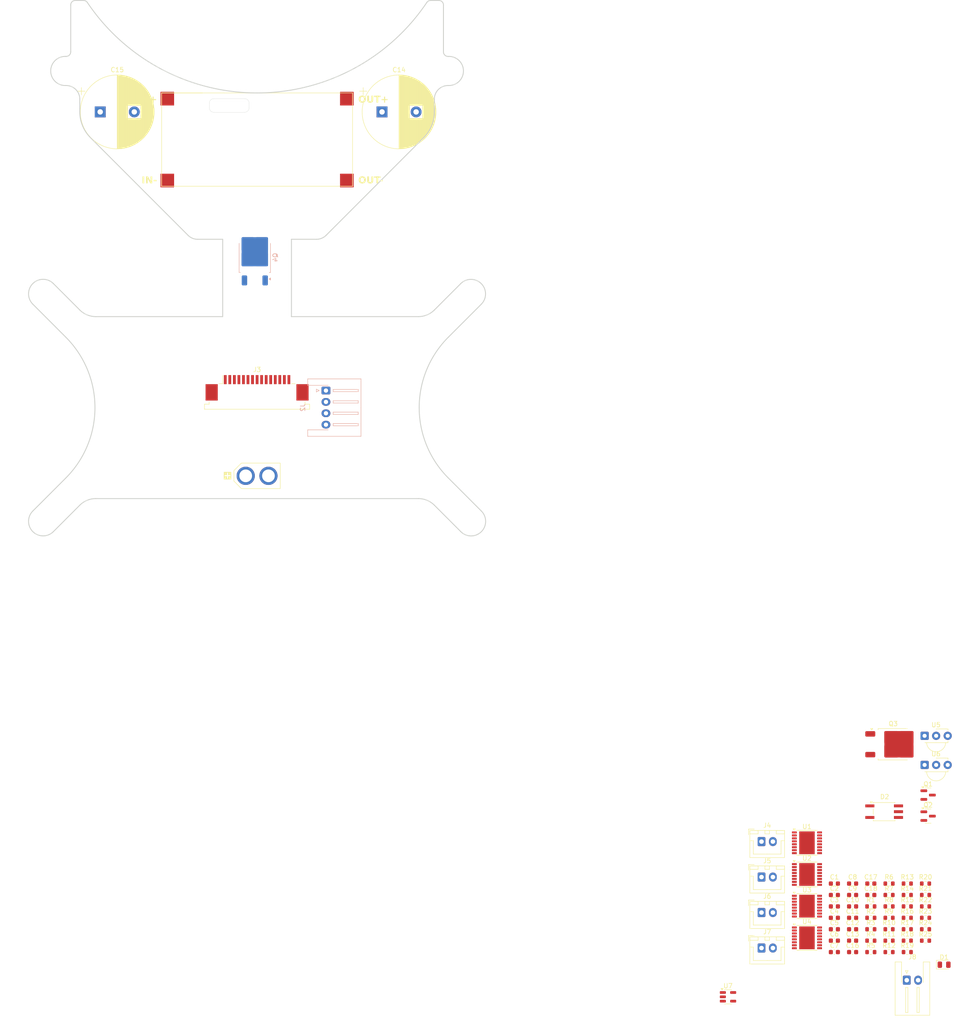
<source format=kicad_pcb>
(kicad_pcb (version 20240108) (generator "pcbnew") (generator_version "8.0")
  (layers (0 "F.Cu" signal) (31 "B.Cu" signal) (34 "B.Paste" user) (35 "F.Paste" user) (36 "B.SilkS" user "B.Silkscreen") (37 "F.SilkS" user "F.Silkscreen") (38 "B.Mask" user) (39 "F.Mask" user) (44 "Edge.Cuts" user))
  (net 0 "")
  (net 1 "VCC")
  (net 2 "GND")
  (net 3 "Net-(U1-CPL)")
  (net 4 "Net-(U1-CPH)")
  (net 5 "Net-(U2-CPL)")
  (net 6 "Net-(U2-CPH)")
  (net 7 "Net-(U1-VCP)")
  (net 8 "Net-(U2-VCP)")
  (net 9 "Net-(U3-CPH)")
  (net 10 "Net-(U3-CPL)")
  (net 11 "Net-(U4-CPL)")
  (net 12 "Net-(U4-CPH)")
  (net 13 "Net-(U3-VCP)")
  (net 14 "Net-(U4-VCP)")
  (net 15 "VDD")
  (net 16 "ball01k")
  (net 17 "ball02k")
  (net 18 "SLEEP-1")
  (net 19 "Net-(D1-A)")
  (net 20 "Sig-main")
  (net 21 "Sig")
  (net 22 "+5V")
  (net 23 "Line-MD-Main=RX_5V")
  (net 24 "Line-MD-Main=TX_5V")
  (net 25 "PH-4")
  (net 26 "Line-MD-Main=RX_3.3V")
  (net 27 "PH-1")
  (net 28 "PH-3")
  (net 29 "EN-2")
  (net 30 "EN-1")
  (net 31 "PH-2")
  (net 32 "Line-MD-Main=TX_3.3V")
  (net 33 "EN-4")
  (net 34 "EN-3")
  (net 35 "OUT1-1")
  (net 36 "OUT2-1")
  (net 37 "OUT1-2")
  (net 38 "OUT2-2")
  (net 39 "OUT1-3")
  (net 40 "OUT2-3")
  (net 41 "OUT1-4")
  (net 42 "OUT2-4")
  (net 43 "Net-(J8-Pin_2)")
  (net 44 "+48V")
  (net 45 "Net-(Q4-G)")
  (net 46 "Net-(U1-IPROPI)")
  (net 47 "Net-(U2-IPROPI)")
  (net 48 "VREF-1")
  (net 49 "VREF-3")
  (net 50 "IMODE-1")
  (net 51 "IMODE-3")
  (net 52 "Net-(U3-IPROPI)")
  (net 53 "Net-(U4-IPROPI)")
  (net 54 "VREF-2")
  (net 55 "VREF-4")
  (net 56 "IMODE-2")
  (net 57 "IMODE-4")
  (net 58 "Net-(U5-OUT)")
  (net 59 "Net-(U6-OUT)")
  (footprint "Capacitor_SMD:C_0603_1608Metric" (layer "F.Cu") (at 131.01 107.14)
    (property "Reference" "C9" (at 0 -1.43 0) (layer "F.SilkS"))
    (property "Value" "220n")
    (pad "1" smd roundrect (at -0.775 0) (size 0.9 0.95) (layers "F.Cu" "F.Paste" "F.Mask") (net 8 "Net-(U2-VCP)"))
    (pad "2" smd roundrect (at 0.775 0) (size 0.9 0.95) (layers "F.Cu" "F.Paste" "F.Mask") (net 1 "VCC"))
  )
  (footprint "Resistor_SMD:R_0603_1608Metric" (layer "F.Cu") (at 139.03 104.63)
    (property "Reference" "R6" (at 0 -1.43 0) (layer "F.SilkS"))
    (property "Value" "10k")
    (pad "1" smd roundrect (at -0.825 0) (size 0.8 0.95) (layers "F.Cu" "F.Paste" "F.Mask") (net 18 "SLEEP-1"))
    (pad "2" smd roundrect (at 0.825 0) (size 0.8 0.95) (layers "F.Cu" "F.Paste" "F.Mask") (net 49 "VREF-3"))
  )
  (footprint "@2024TOINIOT2-MD:XT30U-M" (layer "F.Cu") (at 0 15)
    (property "Reference" "J1" (hide yes))
    (property "Value" "Conn_01x02_Pin")
    (fp_text user "+" (at -6.5 0 0) (layer "F.SilkS" knockout) (effects (font (size 1.5 1.5))))
    (pad "1" thru_hole circle (at -2.5 0) (size 4 4) (drill 2.8) (layers "*.Cu" "*.Mask") (net 1 "VCC"))
    (pad "2" thru_hole circle (at 2.5 0) (size 4 4) (drill 2.8) (layers "*.Cu" "*.Mask") (net 2 "GND"))
  )
  (footprint "Resistor_SMD:R_0603_1608Metric" (layer "F.Cu") (at 147.05 114.67)
    (property "Reference" "R24" (at 0 -1.43 0) (layer "F.SilkS"))
    (property "Value" "39K")
    (pad "1" smd roundrect (at -0.825 0) (size 0.8 0.95) (layers "F.Cu" "F.Paste" "F.Mask") (net 59 "Net-(U6-OUT)"))
    (pad "2" smd roundrect (at 0.825 0) (size 0.8 0.95) (layers "F.Cu" "F.Paste" "F.Mask") (net 17 "ball02k"))
  )
  (footprint "Resistor_SMD:R_0603_1608Metric" (layer "F.Cu") (at 143.04 117.18)
    (property "Reference" "R18" (at 0 -1.43 0) (layer "F.SilkS"))
    (property "Value" "10k")
    (pad "1" smd roundrect (at -0.825 0) (size 0.8 0.95) (layers "F.Cu" "F.Paste" "F.Mask") (net 18 "SLEEP-1"))
    (pad "2" smd roundrect (at 0.825 0) (size 0.8 0.95) (layers "F.Cu" "F.Paste" "F.Mask") (net 55 "VREF-4"))
  )
  (footprint "MountingHole:MountingHole_3.2mm_M3" (layer "F.Cu") (at 47.073221 -24.99998)
    (property "Reference" "REF**" (hide yes))
    (property "Value" "MountingHole_3.2mm_M3")
    (pad "" np_thru_hole circle (at 0 0) (size 3.2 3.2) (drill 3.2) (layers "F&B.Cu" "*.Mask"))
  )
  (footprint "LED_SMD:LED_0805_2012Metric" (layer "F.Cu") (at 151.14 122.465)
    (property "Reference" "D1" (at 0 -1.65 0) (layer "F.SilkS"))
    (property "Value" "PWR")
    (pad "1" smd roundrect (at -0.9375 0) (size 0.975 1.4) (layers "F.Cu" "F.Paste" "F.Mask") (net 2 "GND"))
    (pad "2" smd roundrect (at 0.9375 0) (size 0.975 1.4) (layers "F.Cu" "F.Paste" "F.Mask") (net 19 "Net-(D1-A)"))
  )
  (footprint "Connector_FFC-FPC:TE_1-84953-5_1x15-1MP_P1.0mm_Horizontal" (layer "F.Cu") (at 0 -4.35)
    (property "Reference" "J3" (at 0 -4 0) (layer "F.SilkS"))
    (property "Value" "Conn_01x15_Pin")
    (pad "1" smd rect (at -7 -1.8) (size 0.61 2) (layers "F.Cu" "F.Paste" "F.Mask") (net 30 "EN-1"))
    (pad "2" smd rect (at -6 -1.8) (size 0.61 2) (layers "F.Cu" "F.Paste" "F.Mask") (net 27 "PH-1"))
    (pad "3" smd rect (at -5 -1.8) (size 0.61 2) (layers "F.Cu" "F.Paste" "F.Mask") (net 29 "EN-2"))
    (pad "4" smd rect (at -4 -1.8) (size 0.61 2) (layers "F.Cu" "F.Paste" "F.Mask") (net 31 "PH-2"))
    (pad "5" smd rect (at -3 -1.8) (size 0.61 2) (layers "F.Cu" "F.Paste" "F.Mask") (net 34 "EN-3"))
    (pad "6" smd rect (at -2 -1.8) (size 0.61 2) (layers "F.Cu" "F.Paste" "F.Mask") (net 28 "PH-3"))
    (pad "7" smd rect (at -1 -1.8) (size 0.61 2) (layers "F.Cu" "F.Paste" "F.Mask") (net 33 "EN-4"))
    (pad "8" smd rect (at 0 -1.8) (size 0.61 2) (layers "F.Cu" "F.Paste" "F.Mask") (net 25 "PH-4"))
    (pad "9" smd rect (at 1 -1.8) (size 0.61 2) (layers "F.Cu" "F.Paste" "F.Mask") (net 16 "ball01k"))
    (pad "10" smd rect (at 2 -1.8) (size 0.61 2) (layers "F.Cu" "F.Paste" "F.Mask") (net 20 "Sig-main"))
    (pad "11" smd rect (at 3 -1.8) (size 0.61 2) (layers "F.Cu" "F.Paste" "F.Mask") (net 17 "ball02k"))
    (pad "12" smd rect (at 4 -1.8) (size 0.61 2) (layers "F.Cu" "F.Paste" "F.Mask") (net 26 "Line-MD-Main=RX_3.3V"))
    (pad "13" smd rect (at 5 -1.8) (size 0.61 2) (layers "F.Cu" "F.Paste" "F.Mask") (net 32 "Line-MD-Main=TX_3.3V"))
    (pad "14" smd rect (at 6 -1.8) (size 0.61 2) (layers "F.Cu" "F.Paste" "F.Mask") (net 18 "SLEEP-1"))
    (pad "15" smd rect (at 7 -1.8) (size 0.61 2) (layers "F.Cu" "F.Paste" "F.Mask") (net 2 "GND"))
    (pad "MP" smd rect (at -9.99 1) (size 2.68 3.6) (layers "F.Cu" "F.Paste" "F.Mask"))
    (pad "MP" smd rect (at 9.99 1) (size 2.68 3.6) (layers "F.Cu" "F.Paste" "F.Mask"))
  )
  (footprint "Capacitor_SMD:C_0603_1608Metric" (layer "F.Cu") (at 131.01 112.16)
    (property "Reference" "C11" (at 0 -1.43 0) (layer "F.SilkS"))
    (property "Value" "22n")
    (pad "1" smd roundrect (at -0.775 0) (size 0.9 0.95) (layers "F.Cu" "F.Paste" "F.Mask") (net 11 "Net-(U4-CPL)"))
    (pad "2" smd roundrect (at 0.775 0) (size 0.9 0.95) (layers "F.Cu" "F.Paste" "F.Mask") (net 12 "Net-(U4-CPH)"))
  )
  (footprint "Resistor_SMD:R_0603_1608Metric" (layer "F.Cu") (at 139.03 117.18)
    (property "Reference" "R11" (at 0 -1.43 0) (layer "F.SilkS"))
    (property "Value" "2.49k")
    (pad "1" smd roundrect (at -0.825 0) (size 0.8 0.95) (layers "F.Cu" "F.Paste" "F.Mask") (net 53 "Net-(U4-IPROPI)"))
    (pad "2" smd roundrect (at 0.825 0) (size 0.8 0.95) (layers "F.Cu" "F.Paste" "F.Mask") (net 2 "GND"))
  )
  (footprint "Capacitor_SMD:C_0603_1608Metric" (layer "F.Cu") (at 135.02 104.63)
    (property "Reference" "C17" (at 0 -1.43 0) (layer "F.SilkS"))
    (property "Value" "0.33u")
    (pad "1" smd roundrect (at -0.775 0) (size 0.9 0.95) (layers "F.Cu" "F.Paste" "F.Mask") (net 17 "ball02k"))
    (pad "2" smd roundrect (at 0.775 0) (size 0.9 0.95) (layers "F.Cu" "F.Paste" "F.Mask") (net 2 "GND"))
  )
  (footprint "OptoDevice:Vishay_MINICAST-3Pin" (layer "F.Cu") (at 146.85 78.55)
    (property "Reference" "U6" (at 2.5 -2.4 180) (layer "F.SilkS"))
    (property "Value" "TSSP58P38")
    (pad "1" thru_hole roundrect (at 0 0) (size 1.8 1.8) (drill 0.9) (layers "*.Cu" "*.Mask") (roundrect_rratio 0.139) (net 59 "Net-(U6-OUT)"))
    (pad "2" thru_hole circle (at 2.54 0) (size 1.8 1.8) (drill 0.9) (layers "*.Cu" "*.Mask") (net 2 "GND"))
    (pad "3" thru_hole circle (at 5.08 0) (size 1.8 1.8) (drill 0.9) (layers "*.Cu" "*.Mask") (net 18 "SLEEP-1"))
  )
  (footprint "Capacitor_SMD:C_0603_1608Metric" (layer "F.Cu") (at 135.02 107.14)
    (property "Reference" "C18" (at 0 -1.43 0) (layer "F.SilkS"))
    (property "Value" "0.1uF")
    (pad "1" smd roundrect (at -0.775 0) (size 0.9 0.95) (layers "F.Cu" "F.Paste" "F.Mask") (net 18 "SLEEP-1"))
    (pad "2" smd roundrect (at 0.775 0) (size 0.9 0.95) (layers "F.Cu" "F.Paste" "F.Mask") (net 2 "GND"))
  )
  (footprint "Resistor_SMD:R_0603_1608Metric" (layer "F.Cu") (at 139.03 114.67)
    (property "Reference" "R10" (at 0 -1.43 0) (layer "F.SilkS"))
    (property "Value" "2.49k")
    (pad "1" smd roundrect (at -0.825 0) (size 0.8 0.95) (layers "F.Cu" "F.Paste" "F.Mask") (net 52 "Net-(U3-IPROPI)"))
    (pad "2" smd roundrect (at 0.825 0) (size 0.8 0.95) (layers "F.Cu" "F.Paste" "F.Mask") (net 2 "GND"))
  )
  (footprint "Package_TO_SOT_SMD:SOT-23" (layer "F.Cu") (at 147.62 89.8)
    (property "Reference" "Q2" (at 0 -2.4 0) (layer "F.SilkS"))
    (property "Value" "NMOS")
    (pad "1" smd roundrect (at -0.9375 -0.95) (size 1.475 0.6) (layers "F.Cu" "F.Paste" "F.Mask") (net 24 "Line-MD-Main=TX_5V"))
    (pad "2" smd roundrect (at -0.9375 0.95) (size 1.475 0.6) (layers "F.Cu" "F.Paste" "F.Mask") (net 18 "SLEEP-1"))
    (pad "3" smd roundrect (at 0.9375 0) (size 1.475 0.6) (layers "F.Cu" "F.Paste" "F.Mask") (net 32 "Line-MD-Main=TX_3.3V"))
  )
  (footprint "Capacitor_SMD:C_0603_1608Metric" (layer "F.Cu") (at 127 114.67)
    (property "Reference" "C5" (at 0 -1.43 0) (layer "F.SilkS"))
    (property "Value" "50u")
    (pad "1" smd roundrect (at -0.775 0) (size 0.9 0.95) (layers "F.Cu" "F.Paste" "F.Mask") (net 1 "VCC"))
    (pad "2" smd roundrect (at 0.775 0) (size 0.9 0.95) (layers "F.Cu" "F.Paste" "F.Mask") (net 2 "GND"))
  )
  (footprint "Capacitor_SMD:C_0603_1608Metric" (layer "F.Cu") (at 127 119.69)
    (property "Reference" "C7" (at 0 -1.43 0) (layer "F.SilkS"))
    (property "Value" "22n")
    (pad "1" smd roundrect (at -0.775 0) (size 0.9 0.95) (layers "F.Cu" "F.Paste" "F.Mask") (net 5 "Net-(U2-CPL)"))
    (pad "2" smd roundrect (at 0.775 0) (size 0.9 0.95) (layers "F.Cu" "F.Paste" "F.Mask") (net 6 "Net-(U2-CPH)"))
  )
  (footprint "@2024TOINIOT2-Kicker:XL6009-SMD" (layer "F.Cu") (at 0.000014 -58.916432)
    (property "Reference" "U8" (hide yes))
    (property "Value" "~")
    (fp_line (start -10.5 -7.000001) (end -10.5 -8) (stroke (width 0.05)) (layer "Edge.Cuts"))
    (fp_line (start -9.5 -6.000001) (end -2.75 -6) (stroke (width 0.05)) (layer "Edge.Cuts"))
    (fp_line (start -2.75 -8.999999) (end -9.5 -9) (stroke (width 0.05)) (layer "Edge.Cuts"))
    (fp_line (start -1.75 -7) (end -1.75 -7.999999) (stroke (width 0.05)) (layer "Edge.Cuts"))
    (fp_arc (start -10.5 -8) (mid -10.207107 -8.707107) (end -9.5 -9) (stroke (width 0.05)) (layer "Edge.Cuts"))
    (fp_arc (start -9.5 -6.000001) (mid -10.207107 -6.292894) (end -10.5 -7.000001) (stroke (width 0.05)) (layer "Edge.Cuts"))
    (fp_arc (start -2.75 -8.999999) (mid -2.042893 -8.707106) (end -1.75 -7.999999) (stroke (width 0.05)) (layer "Edge.Cuts"))
    (fp_arc (start -1.75 -7) (mid -2.042893 -6.292893) (end -2.75 -6) (stroke (width 0.05)) (layer "Edge.Cuts"))
    (fp_text user "IN-" (at -22 9 0) (layer "F.SilkS") (effects (font (size 1.5 1.5) (thickness 0.1)) (justify right)))
    (fp_text user "OUT-" (at 22.25 9 0) (layer "F.SilkS") (effects (font (size 1.5 1.5) (thickness 0.1)) (justify left)))
    (fp_text user "OUT+" (at 22.25 -8.75 0) (layer "F.SilkS") (effects (font (size 1.5 1.5) (thickness 0.1)) (justify left)))
    (fp_text user "IN+" (at -22 -8.75 0) (layer "F.SilkS") (effects (font (size 1.5 1.5) (thickness 0.1)) (justify right)))
    (pad "1" smd rect (at -19.75 -9) (size 3 3) (layers "F.Cu" "F.Paste" "F.Mask") (net 1 "VCC"))
    (pad "2" smd rect (at -19.75 9) (size 3 3) (layers "F.Cu" "F.Paste" "F.Mask") (net 2 "GND"))
    (pad "3" smd rect (at 19.75 -9) (size 3 3) (layers "F.Cu" "F.Paste" "F.Mask") (net 44 "+48V"))
    (pad "4" smd rect (at 19.75 9) (size 3 3) (layers "F.Cu" "F.Paste" "F.Mask") (net 2 "GND"))
  )
  (footprint "Resistor_SMD:R_0603_1608Metric" (layer "F.Cu") (at 147.05 109.65)
    (property "Reference" "R22" (at 0 -1.43 0) (layer "F.SilkS"))
    (property "Value" "10K")
    (pad "1" smd roundrect (at -0.825 0) (size 0.8 0.95) (layers "F.Cu" "F.Paste" "F.Mask") (net 21 "Sig"))
    (pad "2" smd roundrect (at 0.825 0) (size 0.8 0.95) (layers "F.Cu" "F.Paste" "F.Mask") (net 2 "GND"))
  )
  (footprint "Capacitor_SMD:C_0603_1608Metric" (layer "F.Cu") (at 131.01 117.18)
    (property "Reference" "C13" (at 0 -1.43 0) (layer "F.SilkS"))
    (property "Value" "220n")
    (pad "1" smd roundrect (at -0.775 0) (size 0.9 0.95) (layers "F.Cu" "F.Paste" "F.Mask") (net 14 "Net-(U4-VCP)"))
    (pad "2" smd roundrect (at 0.775 0) (size 0.9 0.95) (layers "F.Cu" "F.Paste" "F.Mask") (net 1 "VCC"))
  )
  (footprint "Package_TO_SOT_SMD:SOT-23" (layer "F.Cu") (at 147.62 85.175)
    (property "Reference" "Q1" (at 0 -2.4 0) (layer "F.SilkS"))
    (property "Value" "NMOS")
    (pad "1" smd roundrect (at -0.9375 -0.95) (size 1.475 0.6) (layers "F.Cu" "F.Paste" "F.Mask") (net 23 "Line-MD-Main=RX_5V"))
    (pad "2" smd roundrect (at -0.9375 0.95) (size 1.475 0.6) (layers "F.Cu" "F.Paste" "F.Mask") (net 18 "SLEEP-1"))
    (pad "3" smd roundrect (at 0.9375 0) (size 1.475 0.6) (layers "F.Cu" "F.Paste" "F.Mask") (net 26 "Line-MD-Main=RX_3.3V"))
  )
  (footprint "Capacitor_SMD:C_0603_1608Metric" (layer "F.Cu") (at 131.01 109.65)
    (property "Reference" "C10" (at 0 -1.43 0) (layer "F.SilkS"))
    (property "Value" "22n")
    (pad "1" smd roundrect (at -0.775 0) (size 0.9 0.95) (layers "F.Cu" "F.Paste" "F.Mask") (net 10 "Net-(U3-CPL)"))
    (pad "2" smd roundrect (at 0.775 0) (size 0.9 0.95) (layers "F.Cu" "F.Paste" "F.Mask") (net 9 "Net-(U3-CPH)"))
  )
  (footprint "Resistor_SMD:R_0603_1608Metric" (layer "F.Cu") (at 143.04 114.67)
    (property "Reference" "R17" (at 0 -1.43 0) (layer "F.SilkS"))
    (property "Value" "NP")
    (pad "1" smd roundrect (at -0.825 0) (size 0.8 0.95) (layers "F.Cu" "F.Paste" "F.Mask") (net 54 "VREF-2"))
    (pad "2" smd roundrect (at 0.825 0) (size 0.8 0.95) (layers "F.Cu" "F.Paste" "F.Mask") (net 2 "GND"))
  )
  (footprint "Package_TO_SOT_SMD:TO-252-2" (layer "F.Cu") (at 139.94 74.005)
    (property "Reference" "Q3" (at 0 -4.5 0) (layer "F.SilkS"))
    (property "Value" "NMOS")
    (pad "1" smd roundrect (at -5.04 -2.28) (size 2.2 1.2) (layers "F.Cu" "F.Paste" "F.Mask") (roundrect_rratio 0.208333) (net 21 "Sig"))
    (pad "2" smd roundrect (at -0.415 -1.525) (size 3.05 2.75) (layers "F.Cu" "F.Paste") (roundrect_rratio 0.090909) (net 44 "+48V"))
    (pad "2" smd roundrect (at -0.415 1.525) (size 3.05 2.75) (layers "F.Cu" "F.Paste") (roundrect_rratio 0.090909) (net 44 "+48V"))
    (pad "2" smd roundrect (at 1.26 0) (size 6.4 5.8) (layers "F.Cu" "F.Mask") (roundrect_rratio 0.043103) (net 44 "+48V"))
    (pad "2" smd roundrect (at 2.935 -1.525) (size 3.05 2.75) (layers "F.Cu" "F.Paste") (roundrect_rratio 0.090909) (net 44 "+48V"))
    (pad "2" smd roundrect (at 2.935 1.525) (size 3.05 2.75) (layers "F.Cu" "F.Paste") (roundrect_rratio 0.090909) (net 44 "+48V"))
    (pad "3" smd roundrect (at -5.04 2.28) (size 2.2 1.2) (layers "F.Cu" "F.Paste" "F.Mask") (roundrect_rratio 0.208333) (net 15 "VDD"))
  )
  (footprint "Resistor_SMD:R_0603_1608Metric" (layer "F.Cu") (at 147.05 107.14)
    (property "Reference" "R21" (at 0 -1.43 0) (layer "F.SilkS"))
    (property "Value" "20k")
    (pad "1" smd roundrect (at -0.825 0) (size 0.8 0.95) (layers "F.Cu" "F.Paste" "F.Mask") (net 57 "IMODE-4"))
    (pad "2" smd roundrect (at 0.825 0) (size 0.8 0.95) (layers "F.Cu" "F.Paste" "F.Mask") (net 2 "GND"))
  )
  (footprint "Connector_JST:JST_XH_S2B-XH-A-1_1x02_P2.50mm_Horizontal" (layer "F.Cu") (at 142.92 125.87)
    (property "Reference" "J8" (at 1.25 -5.1 0) (layer "F.SilkS"))
    (property "Value" "Conn_01x02_Pin")
    (pad "1" thru_hole roundrect (at 0 0) (size 1.7 2) (drill 1) (layers "*.Cu" "*.Mask") (roundrect_rratio 0.147059) (net 15 "VDD"))
    (pad "2" thru_hole oval (at 2.5 0) (size 1.7 2) (drill 1) (layers "*.Cu" "*.Mask") (net 43 "Net-(J8-Pin_2)"))
  )
  (footprint "Resistor_SMD:R_0603_1608Metric" (layer "F.Cu") (at 147.05 104.63)
    (property "Reference" "R20" (at 0 -1.43 0) (layer "F.SilkS"))
    (property "Value" "20k")
    (pad "1" smd roundrect (at -0.825 0) (size 0.8 0.95) (layers "F.Cu" "F.Paste" "F.Mask") (net 56 "IMODE-2"))
    (pad "2" smd roundrect (at 0.825 0) (size 0.8 0.95) (layers "F.Cu" "F.Paste" "F.Mask") (net 2 "GND"))
  )
  (footprint "Resistor_SMD:R_0603_1608Metric" (layer "F.Cu") (at 135.02 117.18)
    (property "Reference" "R4" (at 0 -1.43 0) (layer "F.SilkS"))
    (property "Value" "10k")
    (pad "1" smd roundrect (at -0.825 0) (size 0.8 0.95) (layers "F.Cu" "F.Paste" "F.Mask") (net 18 "SLEEP-1"))
    (pad "2" smd roundrect (at 0.825 0) (size 0.8 0.95) (layers "F.Cu" "F.Paste" "F.Mask") (net 48 "VREF-1"))
  )
  (footprint "MountingHole:MountingHole_3.2mm_M3" (layer "F.Cu") (at -47.07322 -25.000021)
    (property "Reference" "REF**" (hide yes))
    (property "Value" "MountingHole_3.2mm_M3")
    (pad "" np_thru_hole circle (at 0 0) (size 3.2 3.2) (drill 3.2) (layers "*.Cu" "*.Mask"))
  )
  (footprint "Capacitor_SMD:C_0603_1608Metric" (layer "F.Cu") (at 127 109.65)
    (property "Reference" "C3" (at 0 -1.43 0) (layer "F.SilkS"))
    (property "Value" "0.1u")
    (pad "1" smd roundrect (at -0.775 0) (size 0.9 0.95) (layers "F.Cu" "F.Paste" "F.Mask") (net 1 "VCC"))
    (pad "2" smd roundrect (at 0.775 0) (size 0.9 0.95) (layers "F.Cu" "F.Paste" "F.Mask") (net 2 "GND"))
  )
  (footprint "Resistor_SMD:R_0603_1608Metric" (layer "F.Cu") (at 139.03 109.65)
    (property "Reference" "R8" (at 0 -1.43 0) (layer "F.SilkS"))
    (property "Value" "20k")
    (pad "1" smd roundrect (at -0.825 0) (size 0.8 0.95) (layers "F.Cu" "F.Paste" "F.Mask") (net 50 "IMODE-1"))
    (pad "2" smd roundrect (at 0.825 0) (size 0.8 0.95) (layers "F.Cu" "F.Paste" "F.Mask") (net 2 "GND"))
  )
  (footprint "MountingHole:MountingHole_3.2mm_M3" (layer "F.Cu") (at -42.200015 -74.000007)
    (property "Reference" "REF**" (hide yes))
    (property "Value" "MountingHole_3.2mm_M3")
    (pad "" np_thru_hole circle (at 0 0) (size 3.2 3.2) (drill 3.2) (layers "F&B.Cu" "*.Mask"))
  )
  (footprint "Capacitor_THT:CP_Radial_D16.0mm_P7.50mm" (layer "F.Cu") (at -34.512754 -65.00001)
    (property "Reference" "C15" (at 3.75 -9.25 0) (layer "F.SilkS"))
    (property "Value" "2200uF")
    (pad "1" thru_hole rect (at 0 0) (size 2.4 2.4) (drill 1.2) (layers "*.Cu" "*.Mask") (net 15 "VDD"))
    (pad "2" thru_hole circle (at 7.5 0) (size 2.4 2.4) (drill 1.2) (layers "*.Cu" "*.Mask") (net 2 "GND"))
  )
  (footprint "Package_SO:HTSSOP-16-1EP_4.4x5mm_P0.65mm_EP3.4x5mm" (layer "F.Cu") (at 120.97 109.595)
    (property "Reference" "U3" (at 0 -3.55 0) (layer "F.SilkS"))
    (property "Value" "~")
    (pad "1" smd rect (at -2.775 -2.275) (size 1.05 0.45) (layers "F.Cu" "F.Paste" "F.Mask") (net 29 "EN-2"))
    (pad "2" smd rect (at -2.775 -1.625) (size 1.05 0.45) (layers "F.Cu" "F.Paste" "F.Mask") (net 31 "PH-2"))
    (pad "3" smd rect (at -2.775 -0.975) (size 1.05 0.45) (layers "F.Cu" "F.Paste" "F.Mask") (net 18 "SLEEP-1"))
    (pad "4" smd rect (at -2.775 -0.325) (size 1.05 0.45) (layers "F.Cu" "F.Paste" "F.Mask"))
    (pad "5" smd rect (at -2.775 0.325) (size 1.05 0.45) (layers "F.Cu" "F.Paste" "F.Mask") (net 54 "VREF-2"))
    (pad "6" smd rect (at -2.775 0.975) (size 1.05 0.45) (layers "F.Cu" "F.Paste" "F.Mask") (net 52 "Net-(U3-IPROPI)"))
    (pad "7" smd rect (at -2.775 1.625) (size 1.05 0.45) (layers "F.Cu" "F.Paste" "F.Mask") (net 56 "IMODE-2"))
    (pad "8" smd rect (at -2.775 2.275) (size 1.05 0.45) (layers "F.Cu" "F.Paste" "F.Mask") (net 37 "OUT1-2"))
    (pad "9" smd rect (at 2.775 2.275) (size 1.05 0.45) (layers "F.Cu" "F.Paste" "F.Mask") (net 2 "GND"))
    (pad "10" smd rect (at 2.775 1.625) (size 1.05 0.45) (layers "F.Cu" "F.Paste" "F.Mask") (net 38 "OUT2-2"))
    (pad "11" smd rect (at 2.775 0.975) (size 1.05 0.45) (layers "F.Cu" "F.Paste" "F.Mask") (net 1 "VCC"))
    (pad "12" smd rect (at 2.775 0.325) (size 1.05 0.45) (layers "F.Cu" "F.Paste" "F.Mask") (net 13 "Net-(U3-VCP)"))
    (pad "13" smd rect (at 2.775 -0.325) (size 1.05 0.45) (layers "F.Cu" "F.Paste" "F.Mask") (net 9 "Net-(U3-CPH)"))
    (pad "14" smd rect (at 2.775 -0.975) (size 1.05 0.45) (layers "F.Cu" "F.Paste" "F.Mask") (net 10 "Net-(U3-CPL)"))
    (pad "15" smd rect (at 2.775 -1.625) (size 1.05 0.45) (layers "F.Cu" "F.Paste" "F.Mask") (net 2 "GND"))
    (pad "16" smd rect (at 2.775 -2.275) (size 1.05 0.45) (layers "F.Cu" "F.Paste" "F.Mask") (net 2 "GND"))
    (pad "17" smd rect (at 0 0) (size 3.4 5) (layers "F.Cu" "F.Mask") (net 2 "GND"))
  )
  (footprint "Resistor_SMD:R_0603_1608Metric" (layer "F.Cu") (at 143.04 109.65)
    (property "Reference" "R15" (at 0 -1.43 0) (layer "F.SilkS"))
    (property "Value" "10k")
    (pad "1" smd roundrect (at -0.825 0) (size 0.8 0.95) (layers "F.Cu" "F.Paste" "F.Mask") (net 22 "+5V"))
    (pad "2" smd roundrect (at 0.825 0) (size 0.8 0.95) (layers "F.Cu" "F.Paste" "F.Mask") (net 24 "Line-MD-Main=TX_5V"))
  )
  (footprint "Capacitor_THT:CP_Radial_D16.0mm_P7.50mm" (layer "F.Cu") (at 27.487246 -65.000007)
    (property "Reference" "C14" (at 3.75 -9.25 0) (layer "F.SilkS"))
    (property "Value" "2200uF")
    (pad "1" thru_hole rect (at 0 0) (size 2.4 2.4) (drill 1.2) (layers "*.Cu" "*.Mask") (net 15 "VDD"))
    (pad "2" thru_hole circle (at 7.5 0) (size 2.4 2.4) (drill 1.2) (layers "*.Cu" "*.Mask") (net 2 "GND"))
  )
  (footprint "Resistor_SMD:R_0603_1608Metric" (layer "F.Cu") (at 139.03 107.14)
    (property "Reference" "R7" (at 0 -1.43 0) (layer "F.SilkS"))
    (property "Value" "NP")
    (pad "1" smd roundrect (at -0.825 0) (size 0.8 0.95) (layers "F.Cu" "F.Paste" "F.Mask") (net 49 "VREF-3"))
    (pad "2" smd roundrect (at 0.825 0) (size 0.8 0.95) (layers "F.Cu" "F.Paste" "F.Mask") (net 2 "GND"))
  )
  (footprint "Resistor_SMD:R_0603_1608Metric" (layer "F.Cu") (at 139.03 112.16)
    (property "Reference" "R9" (at 0 -1.43 0) (layer "F.SilkS"))
    (property "Value" "20k")
    (pad "1" smd roundrect (at -0.825 0) (size 0.8 0.95) (layers "F.Cu" "F.Paste" "F.Mask") (net 51 "IMODE-3"))
    (pad "2" smd roundrect (at 0.825 0) (size 0.8 0.95) (layers "F.Cu" "F.Paste" "F.Mask") (net 2 "GND"))
  )
  (footprint "Resistor_SMD:R_0603_1608Metric" (layer "F.Cu") (at 143.04 119.69)
    (property "Reference" "R19" (at 0 -1.43 0) (layer "F.SilkS"))
    (property "Value" "NP")
    (pad "1" smd roundrect (at -0.825 0) (size 0.8 0.95) (layers "F.Cu" "F.Paste" "F.Mask") (net 55 "VREF-4"))
    (pad "2" smd roundrect (at 0.825 0) (size 0.8 0.95) (layers "F.Cu" "F.Paste" "F.Mask") (net 2 "GND"))
  )
  (footprint "Capacitor_SMD:C_0603_1608Metric" (layer "F.Cu") (at 127 104.63)
    (property "Reference" "C1" (at 0 -1.43 0) (layer "F.SilkS"))
    (property "Value" "4.7u")
    (pad "1" smd roundrect (at -0.775 0) (size 0.9 0.95) (layers "F.Cu" "F.Paste" "F.Mask") (net 1 "VCC"))
    (pad "2" smd roundrect (at 0.775 0) (size 0.9 0.95) (layers "F.Cu" "F.Paste" "F.Mask") (net 2 "GND"))
  )
  (footprint "Capacitor_SMD:C_0603_1608Metric" (layer "F.Cu") (at 127 107.14)
    (property "Reference" "C2" (at 0 -1.43 0) (layer "F.SilkS"))
    (property "Value" "4.7u")
    (pad "1" smd roundrect (at -0.775 0) (size 0.9 0.95) (layers "F.Cu" "F.Paste" "F.Mask") (net 1 "VCC"))
    (pad "2" smd roundrect (at 0.775 0) (size 0.9 0.95) (layers "F.Cu" "F.Paste" "F.Mask") (net 2 "GND"))
  )
  (footprint "Resistor_SMD:R_0603_1608Metric" (layer "F.Cu") (at 143.04 104.63)
    (property "Reference" "R13" (at 0 -1.43 0) (layer "F.SilkS"))
    (property "Value" "10k")
    (pad "1" smd roundrect (at -0.825 0) (size 0.8 0.95) (layers "F.Cu" "F.Paste" "F.Mask") (net 32 "Line-MD-Main=TX_3.3V"))
    (pad "2" smd roundrect (at 0.825 0) (size 0.8 0.95) (layers "F.Cu" "F.Paste" "F.Mask") (net 18 "SLEEP-1"))
  )
  (footprint "@2024TOINIOT2-MD:JST_XH_B2B-XH-A_1x02_P2.50mm_Vertical" (layer "F.Cu") (at 112.22 111)
    (property "Reference" "J6" (at 0 -3.55 0) (layer "F.SilkS"))
    (property "Value" "Conn_01x02_Pin")
    (pad "1" thru_hole roundrect (at -1.25 0) (size 1.7 2) (drill 1) (layers "*.Cu" "*.Mask") (roundrect_rratio 0.147059) (net 40 "OUT2-3"))
    (pad "2" thru_hole oval (at 1.25 0) (size 1.7 2) (drill 1) (layers "*.Cu" "*.Mask") (net 39 "OUT1-3"))
  )
  (footprint "OptoDevice:Vishay_MINICAST-3Pin" (layer "F.Cu") (at 146.85 72.15)
    (property "Reference" "U5" (at 2.5 -2.4 180) (layer "F.SilkS"))
    (property "Value" "TSSP58P38")
    (pad "1" thru_hole roundrect (at 0 0) (size 1.8 1.8) (drill 0.9) (layers "*.Cu" "*.Mask") (roundrect_rratio 0.139) (net 58 "Net-(U5-OUT)"))
    (pad "2" thru_hole circle (at 2.54 0) (size 1.8 1.8) (drill 0.9) (layers "*.Cu" "*.Mask") (net 2 "GND"))
    (pad "3" thru_hole circle (at 5.08 0) (size 1.8 1.8) (drill 0.9) (layers "*.Cu" "*.Mask") (net 18 "SLEEP-1"))
  )
  (footprint "MountingHole:MountingHole_3.2mm_M3" (layer "F.Cu") (at -47.07322 24.999979)
    (property "Reference" "REF**" (hide yes))
    (property "Value" "MountingHole_3.2mm_M3")
    (pad "" np_thru_hole circle (at 0 0) (size 3.2 3.2) (drill 3.2) (layers "F&B.Cu" "*.Mask"))
  )
  (footprint "Package_SO:SO-5_4.4x3.6mm_P1.27mm" (layer "F.Cu") (at 137.95 88.825)
    (property "Reference" "D2" (at 0.1 -3.265 0) (layer "F.SilkS"))
    (property "Value" "~")
    (pad "1" smd rect (at -3.15 -1.27) (size 2 0.64) (layers "F.Cu" "F.Paste" "F.Mask") (net 20 "Sig-main"))
    (pad "3" smd rect (at -3.15 1.27) (size 2 0.64) (layers "F.Cu" "F.Paste" "F.Mask") (net 2 "GND"))
    (pad "4" smd rect (at 3.15 1.27) (size 2 0.64) (layers "F.Cu" "F.Paste" "F.Mask") (net 2 "GND"))
    (pad "5" smd rect (at 3.15 0) (size 2 0.64) (layers "F.Cu" "F.Paste" "F.Mask") (net 21 "Sig"))
    (pad "6" smd rect (at 3.15 -1.27) (size 2 0.64) (layers "F.Cu" "F.Paste" "F.Mask") (net 18 "SLEEP-1"))
  )
  (footprint "Resistor_SMD:R_0603_1608Metric" (layer "F.Cu") (at 143.04 112.16)
    (property "Reference" "R16" (at 0 -1.43 0) (layer "F.SilkS"))
    (property "Value" "10k")
    (pad "1" smd roundrect (at -0.825 0) (size 0.8 0.95) (layers "F.Cu" "F.Paste" "F.Mask") (net 18 "SLEEP-1"))
    (pad "2" smd roundrect (at 0.825 0) (size 0.8 0.95) (layers "F.Cu" "F.Paste" "F.Mask") (net 54 "VREF-2"))
  )
  (footprint "Capacitor_SMD:C_0603_1608Metric" (layer "F.Cu") (at 131.01 114.67)
    (property "Reference" "C12" (at 0 -1.43 0) (layer "F.SilkS"))
    (property "Value" "220n")
    (pad "1" smd roundrect (at -0.775 0) (size 0.9 0.95) (layers "F.Cu" "F.Paste" "F.Mask") (net 13 "Net-(U3-VCP)"))
    (pad "2" smd roundrect (at 0.775 0) (size 0.9 0.95) (layers "F.Cu" "F.Paste" "F.Mask") (net 1 "VCC"))
  )
  (footprint "Package_SO:HTSSOP-16-1EP_4.4x5mm_P0.65mm_EP3.4x5mm" (layer "F.Cu") (at 120.97 116.56)
    (property "Reference" "U4" (at 0 -3.55 0) (layer "F.SilkS"))
    (property "Value" "~")
    (pad "1" smd rect (at -2.775 -2.275) (size 1.05 0.45) (layers "F.Cu" "F.Paste" "F.Mask") (net 33 "EN-4"))
    (pad "2" smd rect (at -2.775 -1.625) (size 1.05 0.45) (layers "F.Cu" "F.Paste" "F.Mask") (net 25 "PH-4"))
    (pad "3" smd rect (at -2.775 -0.975) (size 1.05 0.45) (layers "F.Cu" "F.Paste" "F.Mask") (net 18 "SLEEP-1"))
    (pad "4" smd rect (at -2.775 -0.325) (size 1.05 0.45) (layers "F.Cu" "F.Paste" "F.Mask"))
    (pad "5" smd rect (at -2.775 0.325) (size 1.05 0.45) (layers "F.Cu" "F.Paste" "F.Mask") (net 55 "VREF-4"))
    (pad "6" smd rect (at -2.775 0.975) (size 1.05 0.45) (layers "F.Cu" "F.Paste" "F.Mask") (net 53 "Net-(U4-IPROPI)"))
    (pad "7" smd rect (at -2.775 1.625) (size 1.05 0.45) (layers "F.Cu" "F.Paste" "F.Mask") (net 57 "IMODE-4"))
    (pad "8" smd rect (at -2.775 2.275) (size 1.05 0.45) (layers "F.Cu" "F.Paste" "F.Mask") (net 41 "OUT1-4"))
    (pad "9" smd rect (at 2.775 2.275) (size 1.05 0.45) (layers "F.Cu" "F.Paste" "F.Mask") (net 2 "GND"))
    (pad "10" smd rect (at 2.775 1.625) (size 1.05 0.45) (layers "F.Cu" "F.Paste" "F.Mask") (net 42 "OUT2-4"))
    (pad "11" smd rect (at 2.775 0.975) (size 1.05 0.45) (layers "F.Cu" "F.Paste" "F.Mask") (net 1 "VCC"))
    (pad "12" smd rect (at 2.775 0.325) (size 1.05 0.45) (layers "F.Cu" "F.Paste" "F.Mask") (net 14 "Net-(U4-VCP)"))
    (pad "13" smd rect (at 2.775 -0.325) (size 1.05 0.45) (layers "F.Cu" "F.Paste" "F.Mask") (net 12 "Net-(U4-CPH)"))
    (pad "14" smd rect (at 2.775 -0.975) (size 1.05 0.45) (layers "F.Cu" "F.Paste" "F.Mask") (net 11 "Net-(U4-CPL)"))
    (pad "15" smd rect (at 2.775 -1.625) (size 1.05 0.45) (layers "F.Cu" "F.Paste" "F.Mask") (net 2 "GND"))
    (pad "16" smd rect (at 2.775 -2.275) (size 1.05 0.45) (layers "F.Cu" "F.Paste" "F.Mask") (net 2 "GND"))
    (pad "17" smd rect (at 0 0) (size 3.4 5) (layers "F.Cu" "F.Mask") (net 2 "GND"))
  )
  (footprint "Capacitor_SMD:C_0603_1608Metric" (layer "F.Cu") (at 127 117.18)
    (property "Reference" "C6" (at 0 -1.43 0) (layer "F.SilkS"))
    (property "Value" "22n")
    (pad "1" smd roundrect (at -0.775 0) (size 0.9 0.95) (layers "F.Cu" "F.Paste" "F.Mask") (net 3 "Net-(U1-CPL)"))
    (pad "2" smd roundrect (at 0.775 0) (size 0.9 0.95) (layers "F.Cu" "F.Paste" "F.Mask") (net 4 "Net-(U1-CPH)"))
  )
  (footprint "Resistor_SMD:R_0603_1608Metric" (layer "F.Cu") (at 147.05 117.18)
    (property "Reference" "R25" (at 0 -1.43 0) (layer "F.SilkS"))
    (property "Value" "10K")
    (pad "1" smd roundrect (at -0.825 0) (size 0.8 0.95) (layers "F.Cu" "F.Paste" "F.Mask") (net 45 "Net-(Q4-G)"))
    (pad "2" smd roundrect (at 0.825 0) (size 0.8 0.95) (layers "F.Cu" "F.Paste" "F.Mask") (net 2 "GND"))
  )
  (footprint "Resistor_SMD:R_0603_1608Metric" (layer "F.Cu") (at 135.02 114.67)
    (property "Reference" "R3" (at 0 -1.43 0) (layer "F.SilkS"))
    (property "Value" "330")
    (pad "1" smd roundrect (at -0.825 0) (size 0.8 0.95) (layers "F.Cu" "F.Paste" "F.Mask") (net 18 "SLEEP-1"))
    (pad "2" smd roundrect (at 0.825 0) (size 0.8 0.95) (layers "F.Cu" "F.Paste" "F.Mask") (net 19 "Net-(D1-A)"))
  )
  (footprint "Package_TO_SOT_SMD:SOT-23-5" (layer "F.Cu") (at 103.6 129.525)
    (property "Reference" "U7" (at 0 -2.4 0) (layer "F.SilkS"))
    (property "Value" "~")
    (pad "1" smd roundrect (at -1.1375 -0.95) (size 1.325 0.6) (layers "F.Cu" "F.Paste" "F.Mask"))
    (pad "2" smd roundrect (at -1.1375 0) (size 1.325 0.6) (layers "F.Cu" "F.Paste" "F.Mask") (net 21 "Sig"))
    (pad "3" smd roundrect (at -1.1375 0.95) (size 1.325 0.6) (layers "F.Cu" "F.Paste" "F.Mask") (net 2 "GND"))
    (pad "4" smd roundrect (at 1.1375 0.95) (size 1.325 0.6) (layers "F.Cu" "F.Paste" "F.Mask") (net 45 "Net-(Q4-G)"))
    (pad "5" smd roundrect (at 1.1375 -0.95) (size 1.325 0.6) (layers "F.Cu" "F.Paste" "F.Mask") (net 18 "SLEEP-1"))
  )
  (footprint "MountingHole:MountingHole_3.2mm_M3" (layer "F.Cu") (at 47.073215 24.999993)
    (property "Reference" "REF**" (hide yes))
    (property "Value" "MountingHole_3.2mm_M3")
    (pad "" np_thru_hole circle (at 0 0) (size 3.2 3.2) (drill 3.2) (layers "F&B.Cu" "*.Mask"))
  )
  (footprint "Resistor_SMD:R_0603_1608Metric" (layer "F.Cu") (at 139.03 119.69)
    (property "Reference" "R12" (at 0 -1.43 0) (layer "F.SilkS"))
    (property "Value" "10k")
    (pad "1" smd roundrect (at -0.825 0) (size 0.8 0.95) (layers "F.Cu" "F.Paste" "F.Mask") (net 26 "Line-MD-Main=RX_3.3V"))
    (pad "2" smd roundrect (at 0.825 0) (size 0.8 0.95) (layers "F.Cu" "F.Paste" "F.Mask") (net 18 "SLEEP-1"))
  )
  (footprint "@2024TOINIOT2-MD:JST_XH_B2B-XH-A_1x02_P2.50mm_Vertical" (layer "F.Cu") (at 112.22 118.8)
    (property "Reference" "J7" (at 0 -3.55 0) (layer "F.SilkS"))
    (property "Value" "Conn_01x02_Pin")
    (pad "1" thru_hole roundrect (at -1.25 0) (size 1.7 2) (drill 1) (layers "*.Cu" "*.Mask") (roundrect_rratio 0.147059) (net 42 "OUT2-4"))
    (pad "2" thru_hole oval (at 1.25 0) (size 1.7 2) (drill 1) (layers "*.Cu" "*.Mask") (net 41 "OUT1-4"))
  )
  (footprint "Capacitor_SMD:C_0603_1608Metric" (layer "F.Cu") (at 131.01 104.63)
    (property "Reference" "C8" (at 0 -1.43 0) (layer "F.SilkS"))
    (property "Value" "220n")
    (pad "1" smd roundrect (at -0.775 0) (size 0.9 0.95) (layers "F.Cu" "F.Paste" "F.Mask") (net 7 "Net-(U1-VCP)"))
    (pad "2" smd roundrect (at 0.775 0) (size 0.9 0.95) (layers "F.Cu" "F.Paste" "F.Mask") (net 1 "VCC"))
  )
  (footprint "Resistor_SMD:R_0603_1608Metric" (layer "F.Cu") (at 143.04 107.14)
    (property "Reference" "R14" (at 0 -1.43 0) (layer "F.SilkS"))
    (property "Value" "10k")
    (pad "1" smd roundrect (at -0.825 0) (size 0.8 0.95) (layers "F.Cu" "F.Paste" "F.Mask") (net 22 "+5V"))
    (pad "2" smd roundrect (at 0.825 0) (size 0.8 0.95) (layers "F.Cu" "F.Paste" "F.Mask") (net 23 "Line-MD-Main=RX_5V"))
  )
  (footprint "MountingHole:MountingHole_3.2mm_M3" (layer "F.Cu") (at 42.199989 -74.000007)
    (property "Reference" "REF**" (hide yes))
    (property "Value" "MountingHole_3.2mm_M3")
    (pad "" np_thru_hole circle (at 0 0) (size 3.2 3.2) (drill 3.2) (layers "F&B.Cu" "*.Mask"))
  )
  (footprint "Package_SO:HTSSOP-16-1EP_4.4x5mm_P0.65mm_EP3.4x5mm" (layer "F.Cu") (at 120.97 95.665)
    (property "Reference" "U1" (at 0 -3.55 0) (layer "F.SilkS"))
    (property "Value" "~")
    (pad "1" smd rect (at -2.775 -2.275) (size 1.05 0.45) (layers "F.Cu" "F.Paste" "F.Mask") (net 30 "EN-1"))
    (pad "2" smd rect (at -2.775 -1.625) (size 1.05 0.45) (layers "F.Cu" "F.Paste" "F.Mask") (net 27 "PH-1"))
    (pad "3" smd rect (at -2.775 -0.975) (size 1.05 0.45) (layers "F.Cu" "F.Paste" "F.Mask") (net 18 "SLEEP-1"))
    (pad "4" smd rect (at -2.775 -0.325) (size 1.05 0.45) (layers "F.Cu" "F.Paste" "F.Mask"))
    (pad "5" smd rect (at -2.775 0.325) (size 1.05 0.45) (layers "F.Cu" "F.Paste" "F.Mask") (net 48 "VREF-1"))
    (pad "6" smd rect (at -2.775 0.975) (size 1.05 0.45) (layers "F.Cu" "F.Paste" "F.Mask") (net 46 "Net-(U1-IPROPI)"))
    (pad "7" smd rect (at -2.775 1.625) (size 1.05 0.45) (layers "F.Cu" "F.Paste" "F.Mask") (net 50 "IMODE-1"))
    (pad "8" smd rect (at -2.775 2.275) (size 1.05 0.45) (layers "F.Cu" "F.Paste" "F.Mask") (net 35 "OUT1-1"))
    (pad "9" smd rect (at 2.775 2.275) (size 1.05 0.45) (layers "F.Cu" "F.Paste" "F.Mask") (net 2 "GND"))
    (pad "10" smd rect (at 2.775 1.625) (size 1.05 0.45) (layers "F.Cu" "F.Paste" "F.Mask") (net 36 "OUT2-1"))
    (pad "11" smd rect (at 2.775 0.975) (size 1.05 0.45) (layers "F.Cu" "F.Paste" "F.Mask") (net 1 "VCC"))
    (pad "12" smd rect (at 2.775 0.325) (size 1.05 0.45) (layers "F.Cu" "F.Paste" "F.Mask") (net 7 "Net-(U1-VCP)"))
    (pad "13" smd rect (at 2.775 -0.325) (size 1.05 0.45) (layers "F.Cu" "F.Paste" "F.Mask") (net 4 "Net-(U1-CPH)"))
    (pad "14" smd rect (at 2.775 -0.975) (size 1.05 0.45) (layers "F.Cu" "F.Paste" "F.Mask") (net 3 "Net-(U1-CPL)"))
    (pad "15" smd rect (at 2.775 -1.625) (size 1.05 0.45) (layers "F.Cu" "F.Paste" "F.Mask") (net 2 "GND"))
    (pad "16" smd rect (at 2.775 -2.275) (size 1.05 0.45) (layers "F.Cu" "F.Paste" "F.Mask") (net 2 "GND"))
    (pad "17" smd rect (at 0 0) (size 3.4 5) (layers "F.Cu" "F.Mask") (net 2 "GND"))
  )
  (footprint "Capacitor_SMD:C_0603_1608Metric" (layer "F.Cu") (at 131.01 119.69)
    (property "Reference" "C16" (at 0 -1.43 0) (layer "F.SilkS"))
    (property "Value" "0.33u")
    (pad "1" smd roundrect (at -0.775 0) (size 0.9 0.95) (layers "F.Cu" "F.Paste" "F.Mask") (net 16 "ball01k"))
    (pad "2" smd roundrect (at 0.775 0) (size 0.9 0.95) (layers "F.Cu" "F.Paste" "F.Mask") (net 2 "GND"))
  )
  (footprint "@2024TOINIOT2-MD:JST_XH_B2B-XH-A_1x02_P2.50mm_Vertical" (layer "F.Cu") (at 112.22 95.4)
    (property "Reference" "J4" (at 0 -3.55 0) (layer "F.SilkS"))
    (property "Value" "Conn_01x02_Pin")
    (pad "1" thru_hole roundrect (at -1.25 0) (size 1.7 2) (drill 1) (layers "*.Cu" "*.Mask") (roundrect_rratio 0.147059) (net 36 "OUT2-1"))
    (pad "2" thru_hole oval (at 1.25 0) (size 1.7 2) (drill 1) (layers "*.Cu" "*.Mask") (net 35 "OUT1-1"))
  )
  (footprint "Resistor_SMD:R_0603_1608Metric" (layer "F.Cu") (at 135.02 109.65)
    (property "Reference" "R1" (at 0 -1.43 0) (layer "F.SilkS"))
    (property "Value" "2.49k")
    (pad "1" smd roundrect (at -0.825 0) (size 0.8 0.95) (layers "F.Cu" "F.Paste" "F.Mask") (net 46 "Net-(U1-IPROPI)"))
    (pad "2" smd roundrect (at 0.825 0) (size 0.8 0.95) (layers "F.Cu" "F.Paste" "F.Mask") (net 2 "GND"))
  )
  (footprint "Resistor_SMD:R_0603_1608Metric" (layer "F.Cu") (at 135.02 112.16)
    (property "Reference" "R2" (at 0 -1.43 0) (layer "F.SilkS"))
    (property "Value" "2.49k")
    (pad "1" smd roundrect (at -0.825 0) (size 0.8 0.95) (layers "F.Cu" "F.Paste" "F.Mask") (net 47 "Net-(U2-IPROPI)"))
    (pad "2" smd roundrect (at 0.825 0) (size 0.8 0.95) (layers "F.Cu" "F.Paste" "F.Mask") (net 2 "GND"))
  )
  (footprint "Capacitor_SMD:C_0603_1608Metric" (layer "F.Cu") (at 127 112.16)
    (property "Reference" "C4" (at 0 -1.43 0) (layer "F.SilkS"))
    (property "Value" "0.1u")
    (pad "1" smd roundrect (at -0.775 0) (size 0.9 0.95) (layers "F.Cu" "F.Paste" "F.Mask") (net 1 "VCC"))
    (pad "2" smd roundrect (at 0.775 0) (size 0.9 0.95) (layers "F.Cu" "F.Paste" "F.Mask") (net 2 "GND"))
  )
  (footprint "Resistor_SMD:R_0603_1608Metric" (layer "F.Cu") (at 147.05 112.16)
    (property "Reference" "R23" (at 0 -1.43 0) (layer "F.SilkS"))
    (property "Value" "39K")
    (pad "1" smd roundrect (at -0.825 0) (size 0.8 0.95) (layers "F.Cu" "F.Paste" "F.Mask") (net 58 "Net-(U5-OUT)"))
    (pad "2" smd roundrect (at 0.825 0) (size 0.8 0.95) (layers "F.Cu" "F.Paste" "F.Mask") (net 16 "ball01k"))
  )
  (footprint "@2024TOINIOT2-MD:JST_XH_B2B-XH-A_1x02_P2.50mm_Vertical" (layer "F.Cu") (at 112.22 103.2)
    (property "Reference" "J5" (at 0 -3.55 0) (layer "F.SilkS"))
    (property "Value" "Conn_01x02_Pin")
    (pad "1" thru_hole roundrect (at -1.25 0) (size 1.7 2) (drill 1) (layers "*.Cu" "*.Mask") (roundrect_rratio 0.147059) (net 38 "OUT2-2"))
    (pad "2" thru_hole oval (at 1.25 0) (size 1.7 2) (drill 1) (layers "*.Cu" "*.Mask") (net 37 "OUT1-2"))
  )
  (footprint "Resistor_SMD:R_0603_1608Metric" (layer "F.Cu") (at 135.02 119.69)
    (property "Reference" "R5" (at 0 -1.43 0) (layer "F.SilkS"))
    (property "Value" "NP")
    (pad "1" smd roundrect (at -0.825 0) (size 0.8 0.95) (layers "F.Cu" "F.Paste" "F.Mask") (net 48 "VREF-1"))
    (pad "2" smd roundrect (at 0.825 0) (size 0.8 0.95) (layers "F.Cu" "F.Paste" "F.Mask") (net 2 "GND"))
  )
  (footprint "Package_SO:HTSSOP-16-1EP_4.4x5mm_P0.65mm_EP3.4x5mm" (layer "F.Cu") (at 120.97 102.63)
    (property "Reference" "U2" (at 0 -3.55 0) (layer "F.SilkS"))
    (property "Value" "~")
    (pad "1" smd rect (at -2.775 -2.275) (size 1.05 0.45) (layers "F.Cu" "F.Paste" "F.Mask") (net 34 "EN-3"))
    (pad "2" smd rect (at -2.775 -1.625) (size 1.05 0.45) (layers "F.Cu" "F.Paste" "F.Mask") (net 28 "PH-3"))
    (pad "3" smd rect (at -2.775 -0.975) (size 1.05 0.45) (layers "F.Cu" "F.Paste" "F.Mask") (net 18 "SLEEP-1"))
    (pad "4" smd rect (at -2.775 -0.325) (size 1.05 0.45) (layers "F.Cu" "F.Paste" "F.Mask"))
    (pad "5" smd rect (at -2.775 0.325) (size 1.05 0.45) (layers "F.Cu" "F.Paste" "F.Mask") (net 49 "VREF-3"))
    (pad "6" smd rect (at -2.775 0.975) (size 1.05 0.45) (layers "F.Cu" "F.Paste" "F.Mask") (net 47 "Net-(U2-IPROPI)"))
    (pad "7" smd rect (at -2.775 1.625) (size 1.05 0.45) (layers "F.Cu" "F.Paste" "F.Mask") (net 51 "IMODE-3"))
    (pad "8" smd rect (at -2.775 2.275) (size 1.05 0.45) (layers "F.Cu" "F.Paste" "F.Mask") (net 39 "OUT1-3"))
    (pad "9" smd rect (at 2.775 2.275) (size 1.05 0.45) (layers "F.Cu" "F.Paste" "F.Mask") (net 2 "GND"))
    (pad "10" smd rect (at 2.775 1.625) (size 1.05 0.45) (layers "F.Cu" "F.Paste" "F.Mask") (net 40 "OUT2-3"))
    (pad "11" smd rect (at 2.775 0.975) (size 1.05 0.45) (layers "F.Cu" "F.Paste" "F.Mask") (net 1 "VCC"))
    (pad "12" smd rect (at 2.775 0.325) (size 1.05 0.45) (layers "F.Cu" "F.Paste" "F.Mask") (net 8 "Net-(U2-VCP)"))
    (pad "13" smd rect (at 2.775 -0.325) (size 1.05 0.45) (layers "F.Cu" "F.Paste" "F.Mask") (net 6 "Net-(U2-CPH)"))
    (pad "14" smd rect (at 2.775 -0.975) (size 1.05 0.45) (layers "F.Cu" "F.Paste" "F.Mask") (net 5 "Net-(U2-CPL)"))
    (pad "15" smd rect (at 2.775 -1.625) (size 1.05 0.45) (layers "F.Cu" "F.Paste" "F.Mask") (net 2 "GND"))
    (pad "16" smd rect (at 2.775 -2.275) (size 1.05 0.45) (layers "F.Cu" "F.Paste" "F.Mask") (net 2 "GND"))
    (pad "17" smd rect (at 0 0) (size 3.4 5) (layers "F.Cu" "F.Mask") (net 2 "GND"))
  )
  (footprint "Package_TO_SOT_SMD:TO-252-2" (layer "B.Cu") (at -0.5 -33 90)
    (property "Reference" "Q4" (at 0 4.5 270) (layer "B.SilkS") (effects (justify mirror)))
    (property "Value" "NMOS")
    (pad "1" smd roundrect (at -5.04 2.28 90) (size 2.2 1.2) (layers "B.Cu" "B.Paste" "B.Mask") (roundrect_rratio 0.208333) (net 45 "Net-(Q4-G)"))
    (pad "2" smd roundrect (at -0.415 -1.525 90) (size 3.05 2.75) (layers "B.Cu" "B.Paste") (roundrect_rratio 0.090909) (net 43 "Net-(J8-Pin_2)"))
    (pad "2" smd roundrect (at -0.415 1.525 90) (size 3.05 2.75) (layers "B.Cu" "B.Paste") (roundrect_rratio 0.090909) (net 43 "Net-(J8-Pin_2)"))
    (pad "2" smd roundrect (at 1.26 0 90) (size 6.4 5.8) (layers "B.Cu" "B.Mask") (roundrect_rratio 0.043103) (net 43 "Net-(J8-Pin_2)"))
    (pad "2" smd roundrect (at 2.935 -1.525 90) (size 3.05 2.75) (layers "B.Cu" "B.Paste") (roundrect_rratio 0.090909) (net 43 "Net-(J8-Pin_2)"))
    (pad "2" smd roundrect (at 2.935 1.525 90) (size 3.05 2.75) (layers "B.Cu" "B.Paste") (roundrect_rratio 0.090909) (net 43 "Net-(J8-Pin_2)"))
    (pad "3" smd roundrect (at -5.04 -2.28 90) (size 2.2 1.2) (layers "B.Cu" "B.Paste" "B.Mask") (roundrect_rratio 0.208333) (net 2 "GND"))
  )
  (footprint "Connector_JST:JST_XH_S4B-XH-A-1_1x04_P2.50mm_Horizontal" (layer "B.Cu") (at 15.15 -3.75 -90)
    (property "Reference" "J2" (at 3.75 5.1 90) (layer "B.SilkS") (effects (justify mirror)))
    (property "Value" "Conn_01x04_Pin")
    (pad "1" thru_hole roundrect (at 0 0 270) (size 1.7 1.95) (drill 0.95) (layers "*.Cu" "*.Mask") (roundrect_rratio 0.147059) (net 22 "+5V"))
    (pad "2" thru_hole oval (at 2.5 0 270) (size 1.7 1.95) (drill 0.95) (layers "*.Cu" "*.Mask") (net 2 "GND"))
    (pad "3" thru_hole oval (at 5 0 270) (size 1.7 1.95) (drill 0.95) (layers "*.Cu" "*.Mask") (net 24 "Line-MD-Main=TX_5V"))
    (pad "4" thru_hole oval (at 7.5 0 270) (size 1.7 1.95) (drill 0.95) (layers "*.Cu" "*.Mask") (net 23 "Line-MD-Main=RX_5V"))
  )
  (gr_arc (start 15.192403 -37.878687) (mid 14.219131 -37.228379) (end 13.071082 -37.000007) (stroke (width 0.2)) (layer "Edge.Cuts"))
  (gr_arc (start -42.199987 -70.800007) (mid -45.400015 -74.000007) (end -42.199987 -77.200007) (stroke (width 0.2)) (layer "Edge.Cuts"))
  (gr_line (start 7.560015 -37.000007) (end 7.560015 -20.000021) (stroke (width 0.2)) (layer "Edge.Cuts"))
  (gr_line (start -39.012202 21.464444) (end -44.810478 27.262721) (stroke (width 0.2)) (layer "Edge.Cuts"))
  (gr_line (start -7.559985 -37.000007) (end -13.071054 -37.000007) (stroke (width 0.2)) (layer "Edge.Cuts"))
  (gr_arc (start 35.476721 19.999979) (mid 37.394002 20.382185) (end 39.018166 21.470366) (stroke (width 0.2)) (layer "Edge.Cuts"))
  (gr_arc (start -40.999987 -88.500003) (mid -40.707094 -89.207114) (end -39.999984 -89.500007) (stroke (width 0.2)) (layer "Edge.Cuts"))
  (gr_arc (start -35.47667 -20.000021) (mid -37.390089 -20.380619) (end -39.012202 -21.464486) (stroke (width 0.2)) (layer "Edge.Cuts"))
  (gr_arc (start -13.071054 -37.000007) (mid -14.219111 -37.228358) (end -15.192375 -37.878687) (stroke (width 0.2)) (layer "Edge.Cuts"))
  (gr_line (start 39.01225 -21.464492) (end 44.810519 -27.262762) (stroke (width 0.2)) (layer "Edge.Cuts"))
  (gr_line (start 49.336003 -22.737278) (end 42.073264 -15.47454) (stroke (width 0.2)) (layer "Edge.Cuts"))
  (gr_line (start -44.810478 -27.262763) (end -39.012202 -21.464486) (stroke (width 0.2)) (layer "Edge.Cuts"))
  (gr_arc (start 39.000015 -65.000007) (mid 38.391057 -61.938533) (end 36.656868 -59.343152) (stroke (width 0.2)) (layer "Edge.Cuts"))
  (gr_arc (start -41.999987 -70.800007) (mid -39.878665 -69.921328) (end -38.999987 -67.800007) (stroke (width 0.2)) (layer "Edge.Cuts"))
  (gr_line (start 7.560015 -20.000021) (end 35.476711 -20.000021) (stroke (width 0.2)) (layer "Edge.Cuts"))
  (gr_arc (start 44.810519 -27.262762) (mid 49.335941 -27.262732) (end 49.336003 -22.737278) (stroke (width 0.2)) (layer "Edge.Cuts"))
  (gr_arc (start 39.01225 -21.464492) (mid 37.390126 -20.380644) (end 35.476711 -20.000021) (stroke (width 0.2)) (layer "Edge.Cuts"))
  (gr_line (start 36.656868 -59.343152) (end 15.192403 -37.878687) (stroke (width 0.2)) (layer "Edge.Cuts"))
  (gr_line (start -7.559985 -20.000021) (end -7.559985 -37.000007) (stroke (width 0.2)) (layer "Edge.Cuts"))
  (gr_arc (start 42.000015 -77.200007) (mid 41.292908 -77.4929) (end 41.000015 -78.200007) (stroke (width 0.2)) (layer "Edge.Cuts"))
  (gr_line (start 13.071082 -37.000007) (end 7.560015 -37.000007) (stroke (width 0.2)) (layer "Edge.Cuts"))
  (gr_arc (start -49.335962 -22.737279) (mid -49.335962 -27.262763) (end -44.810478 -27.262763) (stroke (width 0.2)) (layer "Edge.Cuts"))
  (gr_line (start 42.200014 -70.800007) (end 42.000015 -70.800007) (stroke (width 0.2)) (layer "Edge.Cuts"))
  (gr_line (start 39.000015 -67.800007) (end 39.000015 -65.000007) (stroke (width 0.2)) (layer "Edge.Cuts"))
  (gr_arc (start 42.073264 15.474498) (mid 35.663512 -0.00002) (end 42.073264 -15.47454) (stroke (width 0.2)) (layer "Edge.Cuts"))
  (gr_arc (start -40.999987 -78.200007) (mid -41.29288 -77.492901) (end -41.999987 -77.200007) (stroke (width 0.2)) (layer "Edge.Cuts"))
  (gr_arc (start -39.012202 21.464444) (mid -37.390084 20.380589) (end -35.47667 19.999979) (stroke (width 0.2)) (layer "Edge.Cuts"))
  (gr_line (start -35.47667 -20.000021) (end -7.559985 -20.000021) (stroke (width 0.2)) (layer "Edge.Cuts"))
  (gr_arc (start 40.000014 -89.500007) (mid 40.707121 -89.207114) (end 41.000014 -88.500007) (stroke (width 0.2)) (layer "Edge.Cuts"))
  (gr_arc (start 42.200014 -77.200007) (mid 45.400015 -74.000007) (end 42.200014 -70.800007) (stroke (width 0.2)) (layer "Edge.Cuts"))
  (gr_line (start 41.000014 -88.500007) (end 41.000015 -78.200007) (stroke (width 0.2)) (layer "Edge.Cuts"))
  (gr_line (start -39.999984 -89.500007) (end -38.170366 -89.500007) (stroke (width 0.2)) (layer "Edge.Cuts"))
  (gr_line (start -41.999987 -70.800007) (end -42.199987 -70.800007) (stroke (width 0.2)) (layer "Edge.Cuts"))
  (gr_line (start -42.073221 -15.474539) (end -49.335962 -22.737279) (stroke (width 0.2)) (layer "Edge.Cuts"))
  (gr_line (start -42.199987 -77.200007) (end -41.999987 -77.200007) (stroke (width 0.2)) (layer "Edge.Cuts"))
  (gr_line (start 42.000015 -77.200007) (end 42.200014 -77.200007) (stroke (width 0.2)) (layer "Edge.Cuts"))
  (gr_arc (start -36.65684 -59.343152) (mid -38.391044 -61.938535) (end -38.999987 -65.00001) (stroke (width 0.2)) (layer "Edge.Cuts"))
  (gr_line (start -38.999987 -65.00001) (end -38.999987 -67.800007) (stroke (width 0.2)) (layer "Edge.Cuts"))
  (gr_line (start -49.335962 22.737237) (end -42.073221 15.474497) (stroke (width 0.2)) (layer "Edge.Cuts"))
  (gr_line (start -40.999987 -78.200007) (end -40.999987 -88.500003) (stroke (width 0.2)) (layer "Edge.Cuts"))
  (gr_line (start 44.810519 27.26272) (end 39.018166 21.470366) (stroke (width 0.2)) (layer "Edge.Cuts"))
  (gr_line (start 38.181458 -89.500007) (end 40.000014 -89.500007) (stroke (width 0.2)) (layer "Edge.Cuts"))
  (gr_arc (start -44.810478 27.262721) (mid -49.335962 27.262721) (end -49.335962 22.737237) (stroke (width 0.2)) (layer "Edge.Cuts"))
  (gr_arc (start 37.340604 -89.058082) (mid 0.000014 -69.171432) (end -37.340576 -89.058082) (stroke (width 0.2)) (layer "Edge.Cuts"))
  (gr_line (start -15.192375 -37.878687) (end -36.65684 -59.343152) (stroke (width 0.2)) (layer "Edge.Cuts"))
  (gr_arc (start -38.170366 -89.500007) (mid -37.700295 -89.382639) (end -37.340576 -89.058082) (stroke (width 0.2)) (layer "Edge.Cuts"))
  (gr_line (start 35.476721 19.999979) (end -35.47667 19.999979) (stroke (width 0.2)) (layer "Edge.Cuts"))
  (gr_arc (start 37.340604 -89.058082) (mid 37.705219 -89.385238) (end 38.181458 -89.500007) (stroke (width 0.2)) (layer "Edge.Cuts"))
  (gr_arc (start 49.335983 22.737216) (mid 49.335998 27.262755) (end 44.810519 27.26272) (stroke (width 0.2)) (layer "Edge.Cuts"))
  (gr_arc (start 39.000015 -67.800007) (mid 39.878695 -69.921327) (end 42.000015 -70.800007) (stroke (width 0.2)) (layer "Edge.Cuts"))
  (gr_arc (start -42.073221 -15.474539) (mid -35.663465 -0.000021) (end -42.073221 15.474497) (stroke (width 0.2)) (layer "Edge.Cuts"))
  (gr_line (start 42.073264 15.474498) (end 49.335983 22.737216) (stroke (width 0.2)) (layer "Edge.Cuts"))
)
</source>
